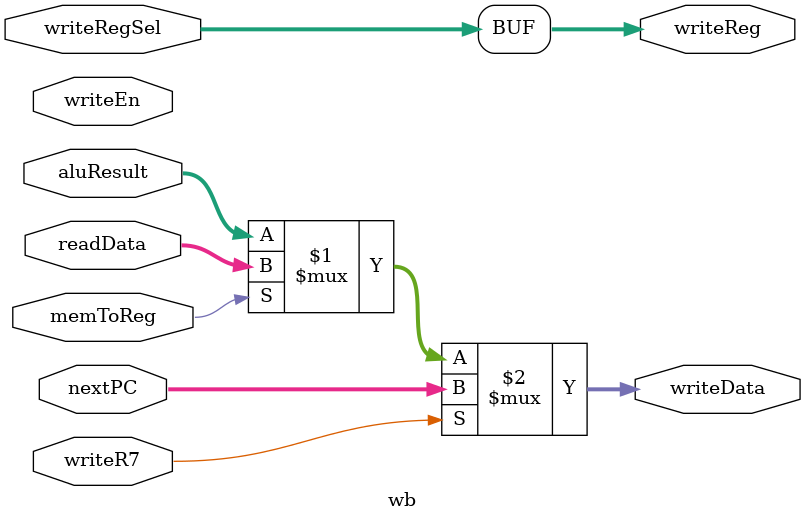
<source format=v>
/*
   CS/ECE 552 Spring '20
  
   Filename        : wb.v
   Description     : This is the module for the overall Write Back stage of the processor.
*/
module wb 	(
					readData,
					memToReg,
					aluResult,
					nextPC,
					writeR7,
					writeData,
					writeEn,
               		writeRegSel,
               		writeReg		
				);

// Passing REG FILE ???

// Inputs:
//	1. Read Data
//	2. MemtoReg
//	3. ALU Result

input [15:0] readData, aluResult, nextPC;
input memToReg, writeR7, writeEn;
input [2:0] writeRegSel;

// Outputs:
// 	1. Write Data [15:0]

output [15:0] writeData;
output [2:0] writeReg;

assign writeData = writeR7 ? nextPC : (memToReg ? readData : aluResult);
assign writeReg = writeRegSel;
endmodule
</source>
